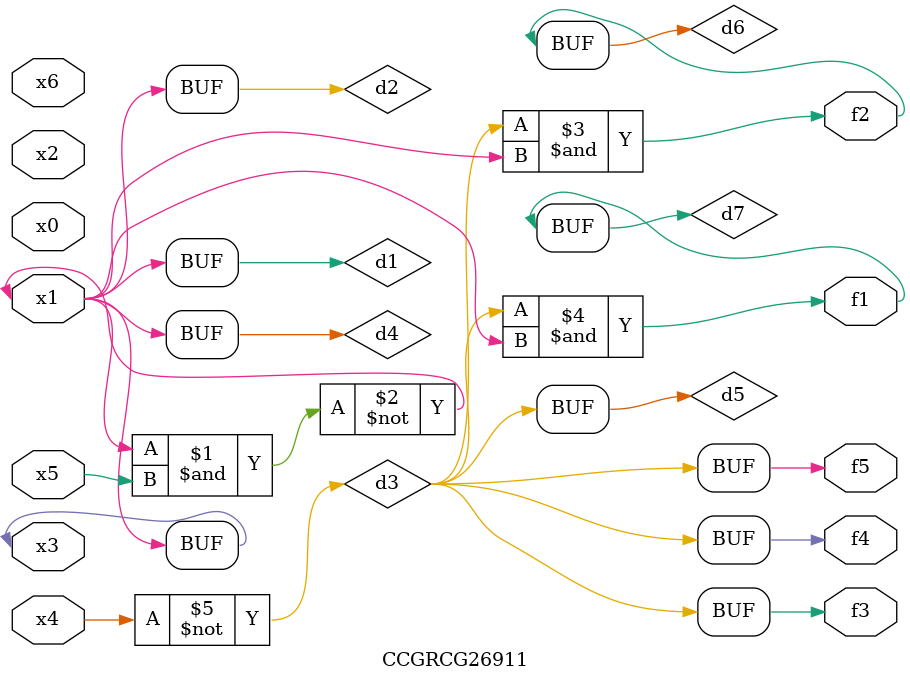
<source format=v>
module CCGRCG26911(
	input x0, x1, x2, x3, x4, x5, x6,
	output f1, f2, f3, f4, f5
);

	wire d1, d2, d3, d4, d5, d6, d7;

	buf (d1, x1, x3);
	nand (d2, x1, x5);
	not (d3, x4);
	buf (d4, d1, d2);
	buf (d5, d3);
	and (d6, d3, d4);
	and (d7, d3, d4);
	assign f1 = d7;
	assign f2 = d6;
	assign f3 = d5;
	assign f4 = d5;
	assign f5 = d5;
endmodule

</source>
